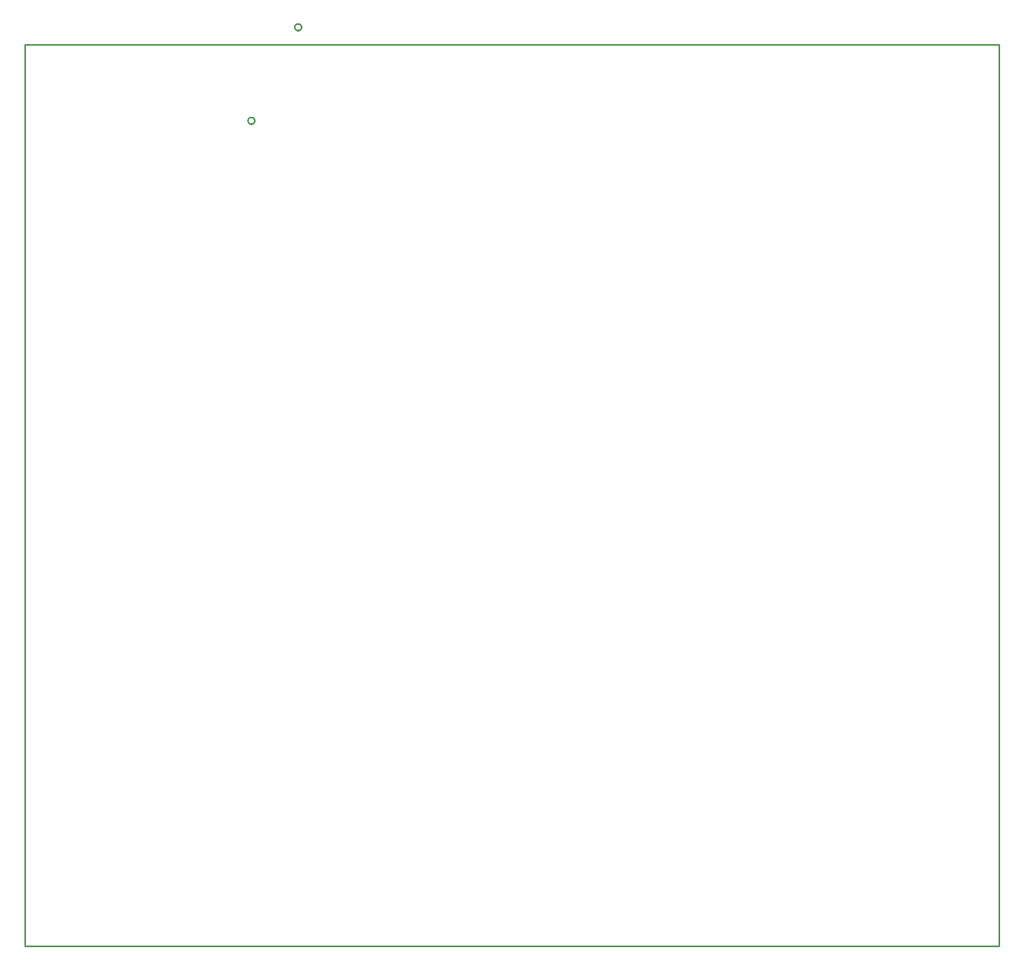
<source format=gbr>
G04 EAGLE Gerber RS-274X export*
G75*
%MOMM*%
%FSLAX34Y34*%
%LPD*%
%IN*%
%IPPOS*%
%AMOC8*
5,1,8,0,0,1.08239X$1,22.5*%
G01*
%ADD10C,0.254000*%


D10*
X38100Y50800D02*
X1625400Y50800D01*
X1625400Y1520700D01*
X38100Y1520700D01*
X38100Y50800D01*
X482291Y1543900D02*
X481677Y1543969D01*
X481075Y1544107D01*
X480492Y1544311D01*
X479935Y1544579D01*
X479412Y1544907D01*
X478929Y1545293D01*
X478493Y1545729D01*
X478107Y1546212D01*
X477779Y1546735D01*
X477511Y1547292D01*
X477307Y1547875D01*
X477169Y1548477D01*
X477100Y1549091D01*
X477100Y1549709D01*
X477169Y1550323D01*
X477307Y1550925D01*
X477511Y1551508D01*
X477779Y1552065D01*
X478107Y1552588D01*
X478493Y1553071D01*
X478929Y1553508D01*
X479412Y1553893D01*
X479935Y1554221D01*
X480492Y1554489D01*
X481075Y1554693D01*
X481677Y1554831D01*
X482291Y1554900D01*
X482909Y1554900D01*
X483523Y1554831D01*
X484125Y1554693D01*
X484708Y1554489D01*
X485265Y1554221D01*
X485788Y1553893D01*
X486271Y1553508D01*
X486708Y1553071D01*
X487093Y1552588D01*
X487421Y1552065D01*
X487689Y1551508D01*
X487893Y1550925D01*
X488031Y1550323D01*
X488100Y1549709D01*
X488100Y1549091D01*
X488031Y1548477D01*
X487893Y1547875D01*
X487689Y1547292D01*
X487421Y1546735D01*
X487093Y1546212D01*
X486708Y1545729D01*
X486271Y1545293D01*
X485788Y1544907D01*
X485265Y1544579D01*
X484708Y1544311D01*
X484125Y1544107D01*
X483523Y1543969D01*
X482909Y1543900D01*
X482291Y1543900D01*
X406091Y1391500D02*
X405477Y1391569D01*
X404875Y1391707D01*
X404292Y1391911D01*
X403735Y1392179D01*
X403212Y1392507D01*
X402729Y1392893D01*
X402293Y1393329D01*
X401907Y1393812D01*
X401579Y1394335D01*
X401311Y1394892D01*
X401107Y1395475D01*
X400969Y1396077D01*
X400900Y1396691D01*
X400900Y1397309D01*
X400969Y1397923D01*
X401107Y1398525D01*
X401311Y1399108D01*
X401579Y1399665D01*
X401907Y1400188D01*
X402293Y1400671D01*
X402729Y1401108D01*
X403212Y1401493D01*
X403735Y1401821D01*
X404292Y1402089D01*
X404875Y1402293D01*
X405477Y1402431D01*
X406091Y1402500D01*
X406709Y1402500D01*
X407323Y1402431D01*
X407925Y1402293D01*
X408508Y1402089D01*
X409065Y1401821D01*
X409588Y1401493D01*
X410071Y1401108D01*
X410508Y1400671D01*
X410893Y1400188D01*
X411221Y1399665D01*
X411489Y1399108D01*
X411693Y1398525D01*
X411831Y1397923D01*
X411900Y1397309D01*
X411900Y1396691D01*
X411831Y1396077D01*
X411693Y1395475D01*
X411489Y1394892D01*
X411221Y1394335D01*
X410893Y1393812D01*
X410508Y1393329D01*
X410071Y1392893D01*
X409588Y1392507D01*
X409065Y1392179D01*
X408508Y1391911D01*
X407925Y1391707D01*
X407323Y1391569D01*
X406709Y1391500D01*
X406091Y1391500D01*
M02*

</source>
